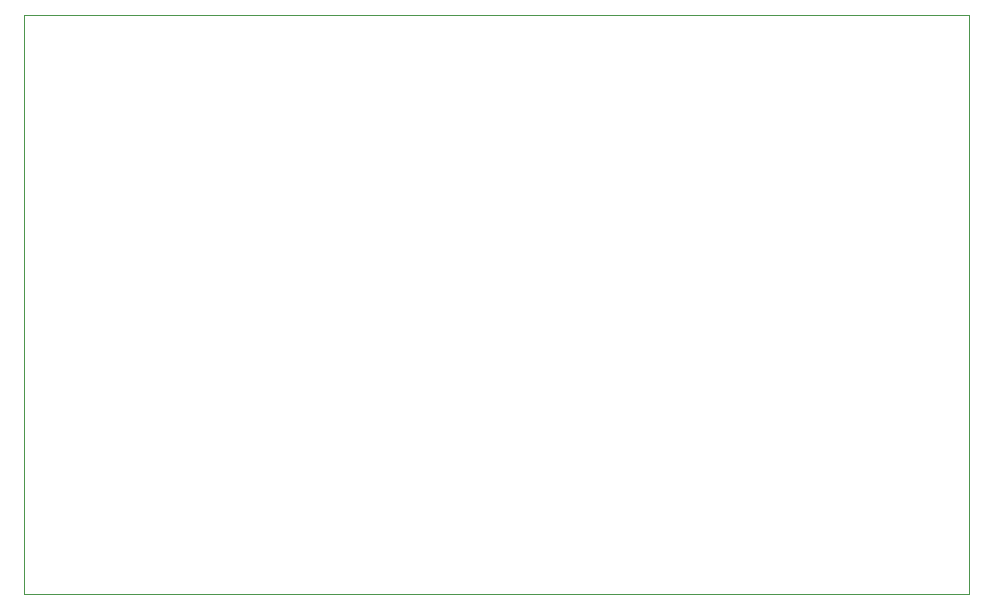
<source format=gbr>
G04 (created by PCBNEW (2013-05-18 BZR 4017)-stable) date Tue 31 Dec 2013 13:11:11 CST*
%MOIN*%
G04 Gerber Fmt 3.4, Leading zero omitted, Abs format*
%FSLAX34Y34*%
G01*
G70*
G90*
G04 APERTURE LIST*
%ADD10C,0.00590551*%
%ADD11C,0.00393701*%
G04 APERTURE END LIST*
G54D10*
G54D11*
X43897Y-54527D02*
X75000Y-54527D01*
X43897Y-35236D02*
X43897Y-54527D01*
X75393Y-54527D02*
X75000Y-54527D01*
X75393Y-35236D02*
X75393Y-54527D01*
X43897Y-35236D02*
X75393Y-35236D01*
M02*

</source>
